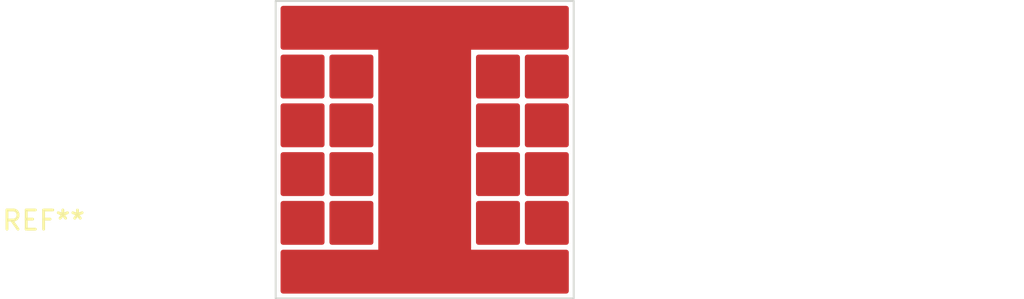
<source format=kicad_pcb>
(kicad_pcb (version 20211014) (generator pcbnew)
  (layers (0 "F.Cu" signal) (31 "B.Cu" signal) (34 "B.Paste" user) (35 "F.Paste" user) (36 "B.SilkS" user "B.Silkscreen") (37 "F.SilkS" user "F.Silkscreen") (38 "B.Mask" user) (39 "F.Mask" user) (44 "Edge.Cuts" user))
  (net 0 "")
  (footprint "Package_DIP:DIP-8_W7.62mm" (layer "F.Cu") (at 140.98 85.1)
    (fp_text reference "REF**" (at -16.012 7.483) (layer "F.SilkS"))
    (fp_text value "DIP-8_W7.62mm")
  )
  (gr_rect (start 137.033 81.153) (end 152.527 96.647) (layer "Edge.Cuts") (width 0.1) (fill none))
  (zone (net 0) (net_name "") (layer "F.Cu") (connect_pads yes (clearance 0.127)) (min_thickness 0.127) (fill yes (thermal_gap 0.127) (thermal_bridge_width 0.508) (smoothing fillet) (radius 0.127) (island_removal_mode 1) (island_area_min 0))
    (polygon (pts (xy 139.573 88.773) (xy 137.287 88.773) (xy 137.287 86.487) (xy 139.573 86.487)))
  )
  (zone (net 0) (net_name "") (layer "F.Cu") (connect_pads yes (clearance 0.127)) (min_thickness 0.127) (fill yes (thermal_gap 0.127) (thermal_bridge_width 0.508) (smoothing fillet) (radius 0.127) (island_removal_mode 1) (island_area_min 0))
    (polygon (pts (xy 139.573 86.233) (xy 137.287 86.233) (xy 137.287 83.947) (xy 139.573 83.947)))
  )
  (zone (net 0) (net_name "") (layer "F.Cu") (connect_pads yes (clearance 0.127)) (min_thickness 0.127) (fill yes (thermal_gap 0.127) (thermal_bridge_width 0.508) (smoothing fillet) (radius 0.127) (island_removal_mode 1) (island_area_min 0))
    (polygon (pts (xy 152.273 86.233) (xy 149.987 86.233) (xy 149.987 83.947) (xy 152.273 83.947)))
  )
  (zone (net 0) (net_name "") (layer "F.Cu") (connect_pads yes (clearance 0.127)) (min_thickness 0.127) (fill yes (thermal_gap 0.127) (thermal_bridge_width 0.508) (smoothing fillet) (radius 0.127) (island_removal_mode 1) (island_area_min 0))
    (polygon (pts (xy 142.113 86.233) (xy 139.827 86.233) (xy 139.827 83.947) (xy 142.113 83.947)))
  )
  (zone (net 0) (net_name "") (layer "F.Cu") (connect_pads yes (clearance 0.127)) (min_thickness 0.127) (fill yes (thermal_gap 0.127) (thermal_bridge_width 0.508) (smoothing fillet) (radius 0.127) (island_removal_mode 1) (island_area_min 0))
    (polygon (pts (xy 142.113 91.313) (xy 139.827 91.313) (xy 139.827 89.027) (xy 142.113 89.027)))
  )
  (zone (net 0) (net_name "") (layer "F.Cu") (connect_pads yes (clearance 0.127)) (min_thickness 0.127) (fill yes (thermal_gap 0.127) (thermal_bridge_width 0.508) (smoothing fillet) (radius 0.127) (island_removal_mode 1) (island_area_min 0))
    (polygon (pts (xy 142.113 93.853) (xy 139.827 93.853) (xy 139.827 91.567) (xy 142.113 91.567)))
  )
  (zone (net 0) (net_name "") (layer "F.Cu") (connect_pads yes (clearance 0.127)) (min_thickness 0.127) (fill yes (thermal_gap 0.127) (thermal_bridge_width 0.508) (smoothing fillet) (radius 0.127) (island_removal_mode 1) (island_area_min 0))
    (polygon (pts (xy 152.273 83.693) (xy 147.193 83.693) (xy 147.193 94.107) (xy 152.273 94.107) (xy 152.273 96.393) (xy 137.287 96.393) (xy 137.287 94.107) (xy 142.367 94.107) (xy 142.367 83.693) (xy 137.287 83.693) (xy 137.287 81.407) (xy 152.273 81.407)))
  )
  (zone (net 0) (net_name "") (layer "F.Cu") (connect_pads yes (clearance 0.127)) (min_thickness 0.127) (fill yes (thermal_gap 0.127) (thermal_bridge_width 0.508) (smoothing fillet) (radius 0.127) (island_removal_mode 1) (island_area_min 0))
    (polygon (pts (xy 139.573 93.853) (xy 137.287 93.853) (xy 137.287 91.567) (xy 139.573 91.567)))
  )
  (zone (net 0) (net_name "") (layer "F.Cu") (connect_pads yes (clearance 0.127)) (min_thickness 0.127) (fill yes (thermal_gap 0.127) (thermal_bridge_width 0.508) (smoothing fillet) (radius 0.127) (island_removal_mode 1) (island_area_min 0))
    (polygon (pts (xy 142.113 88.773) (xy 139.827 88.773) (xy 139.827 86.487) (xy 142.113 86.487)))
  )
  (zone (net 0) (net_name "") (layer "F.Cu") (connect_pads yes (clearance 0.127)) (min_thickness 0.127) (fill yes (thermal_gap 0.127) (thermal_bridge_width 0.508) (smoothing fillet) (radius 0.127) (island_removal_mode 1) (island_area_min 0))
    (polygon (pts (xy 149.733 93.853) (xy 147.447 93.853) (xy 147.447 91.567) (xy 149.733 91.567)))
  )
  (zone (net 0) (net_name "") (layer "F.Cu") (connect_pads yes (clearance 0.127)) (min_thickness 0.127) (fill yes (thermal_gap 0.127) (thermal_bridge_width 0.508) (smoothing fillet) (radius 0.127) (island_removal_mode 1) (island_area_min 0))
    (polygon (pts (xy 152.273 91.313) (xy 149.987 91.313) (xy 149.987 89.027) (xy 152.273 89.027)))
  )
  (zone (net 0) (net_name "") (layer "F.Cu") (connect_pads yes (clearance 0.127)) (min_thickness 0.127) (fill yes (thermal_gap 0.127) (thermal_bridge_width 0.508) (smoothing fillet) (radius 0.127) (island_removal_mode 1) (island_area_min 0))
    (polygon (pts (xy 149.733 88.773) (xy 147.447 88.773) (xy 147.447 86.487) (xy 149.733 86.487)))
  )
  (zone (net 0) (net_name "") (layer "F.Cu") (connect_pads yes (clearance 0.127)) (min_thickness 0.127) (fill yes (thermal_gap 0.127) (thermal_bridge_width 0.508) (smoothing fillet) (radius 0.127) (island_removal_mode 1) (island_area_min 0))
    (polygon (pts (xy 152.273 88.773) (xy 149.987 88.773) (xy 149.987 86.487) (xy 152.273 86.487)))
  )
  (zone (net 0) (net_name "") (layer "F.Cu") (connect_pads yes (clearance 0.127)) (min_thickness 0.127) (fill yes (thermal_gap 0.127) (thermal_bridge_width 0.508) (smoothing fillet) (radius 0.127) (island_removal_mode 1) (island_area_min 0))
    (polygon (pts (xy 149.733 91.313) (xy 147.447 91.313) (xy 147.447 89.027) (xy 149.733 89.027)))
  )
  (zone (net 0) (net_name "") (layer "F.Cu") (connect_pads yes (clearance 0.127)) (min_thickness 0.127) (fill yes (thermal_gap 0.127) (thermal_bridge_width 0.508) (smoothing fillet) (radius 0.127) (island_removal_mode 1) (island_area_min 0))
    (polygon (pts (xy 152.273 93.853) (xy 149.987 93.853) (xy 149.987 91.567) (xy 152.273 91.567)))
  )
  (zone (net 0) (net_name "") (layer "F.Cu") (connect_pads yes (clearance 0.127)) (min_thickness 0.127) (fill yes (thermal_gap 0.127) (thermal_bridge_width 0.508) (smoothing fillet) (radius 0.127) (island_removal_mode 1) (island_area_min 0))
    (polygon (pts (xy 149.733 86.233) (xy 147.447 86.233) (xy 147.447 83.947) (xy 149.733 83.947)))
  )
  (zone (net 0) (net_name "") (layer "F.Cu") (connect_pads yes (clearance 0.127)) (min_thickness 0.127) (fill yes (thermal_gap 0.127) (thermal_bridge_width 0.508) (smoothing fillet) (radius 0.127) (island_removal_mode 1) (island_area_min 0))
    (polygon (pts (xy 139.573 91.313) (xy 137.287 91.313) (xy 137.287 89.027) (xy 139.573 89.027)))
  )
)
</source>
